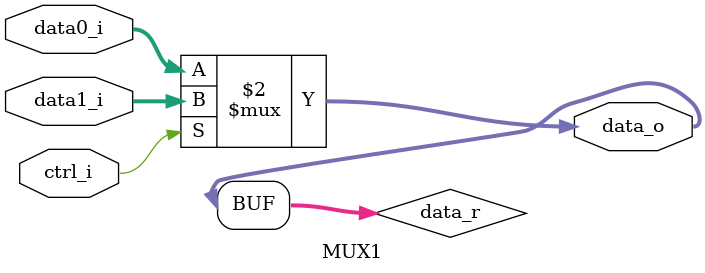
<source format=v>
module MUX1
(
    ctrl_i,
    data0_i,
    data1_i,
    data_o
);

input [31:0] data0_i,data1_i;
input ctrl_i;
output [31:0] data_o;

reg [31:0]data_r;
assign data_o=data_r;
always @ (*) begin
    data_r=(ctrl_i ? data1_i:data0_i);
end
endmodule

</source>
